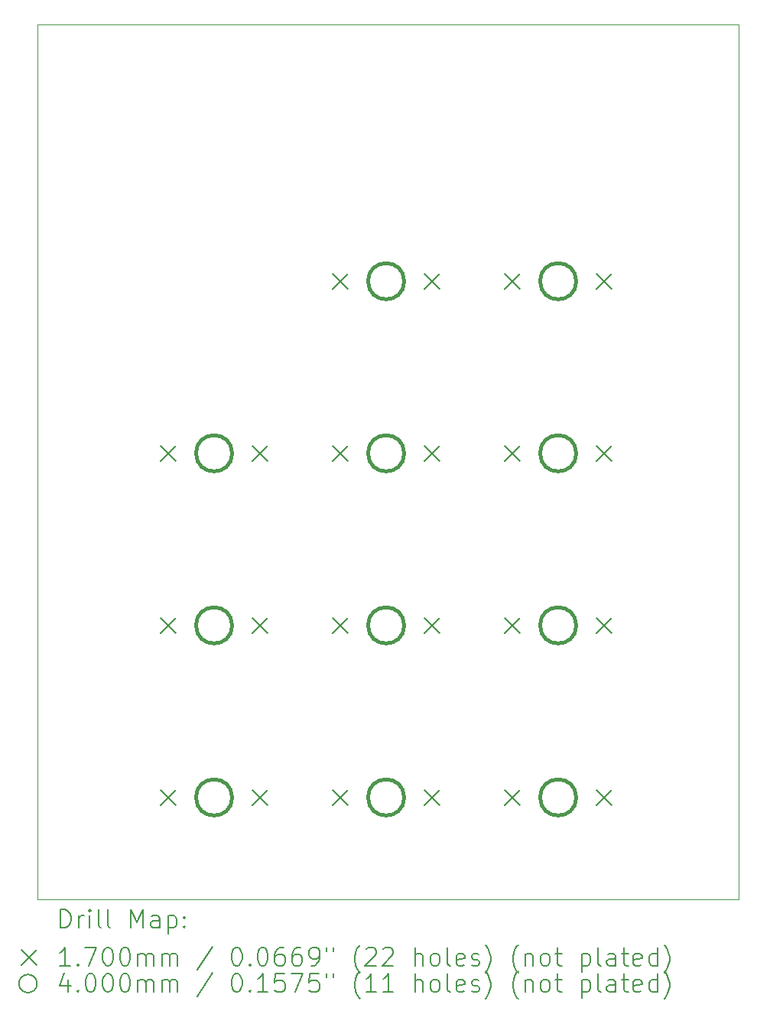
<source format=gbr>
%TF.GenerationSoftware,KiCad,Pcbnew,9.0.2*%
%TF.CreationDate,2025-06-30T15:09:24+08:00*%
%TF.ProjectId,flamepad,666c616d-6570-4616-942e-6b696361645f,rev?*%
%TF.SameCoordinates,Original*%
%TF.FileFunction,Drillmap*%
%TF.FilePolarity,Positive*%
%FSLAX45Y45*%
G04 Gerber Fmt 4.5, Leading zero omitted, Abs format (unit mm)*
G04 Created by KiCad (PCBNEW 9.0.2) date 2025-06-30 15:09:24*
%MOMM*%
%LPD*%
G01*
G04 APERTURE LIST*
%ADD10C,0.050000*%
%ADD11C,0.200000*%
%ADD12C,0.170000*%
%ADD13C,0.400000*%
G04 APERTURE END LIST*
D10*
X9671875Y-5305000D02*
X17438125Y-5305000D01*
X17438125Y-14993125D01*
X9671875Y-14993125D01*
X9671875Y-5305000D01*
D11*
D12*
X11037000Y-9970000D02*
X11207000Y-10140000D01*
X11207000Y-9970000D02*
X11037000Y-10140000D01*
X11037000Y-11875000D02*
X11207000Y-12045000D01*
X11207000Y-11875000D02*
X11037000Y-12045000D01*
X11037000Y-13780000D02*
X11207000Y-13950000D01*
X11207000Y-13780000D02*
X11037000Y-13950000D01*
X12053000Y-9970000D02*
X12223000Y-10140000D01*
X12223000Y-9970000D02*
X12053000Y-10140000D01*
X12053000Y-11875000D02*
X12223000Y-12045000D01*
X12223000Y-11875000D02*
X12053000Y-12045000D01*
X12053000Y-13780000D02*
X12223000Y-13950000D01*
X12223000Y-13780000D02*
X12053000Y-13950000D01*
X12942000Y-8065000D02*
X13112000Y-8235000D01*
X13112000Y-8065000D02*
X12942000Y-8235000D01*
X12942000Y-9970000D02*
X13112000Y-10140000D01*
X13112000Y-9970000D02*
X12942000Y-10140000D01*
X12942000Y-11875000D02*
X13112000Y-12045000D01*
X13112000Y-11875000D02*
X12942000Y-12045000D01*
X12942000Y-13780000D02*
X13112000Y-13950000D01*
X13112000Y-13780000D02*
X12942000Y-13950000D01*
X13958000Y-8065000D02*
X14128000Y-8235000D01*
X14128000Y-8065000D02*
X13958000Y-8235000D01*
X13958000Y-9970000D02*
X14128000Y-10140000D01*
X14128000Y-9970000D02*
X13958000Y-10140000D01*
X13958000Y-11875000D02*
X14128000Y-12045000D01*
X14128000Y-11875000D02*
X13958000Y-12045000D01*
X13958000Y-13780000D02*
X14128000Y-13950000D01*
X14128000Y-13780000D02*
X13958000Y-13950000D01*
X14847000Y-8065000D02*
X15017000Y-8235000D01*
X15017000Y-8065000D02*
X14847000Y-8235000D01*
X14847000Y-9970000D02*
X15017000Y-10140000D01*
X15017000Y-9970000D02*
X14847000Y-10140000D01*
X14847000Y-11875000D02*
X15017000Y-12045000D01*
X15017000Y-11875000D02*
X14847000Y-12045000D01*
X14847000Y-13780000D02*
X15017000Y-13950000D01*
X15017000Y-13780000D02*
X14847000Y-13950000D01*
X15863000Y-8065000D02*
X16033000Y-8235000D01*
X16033000Y-8065000D02*
X15863000Y-8235000D01*
X15863000Y-9970000D02*
X16033000Y-10140000D01*
X16033000Y-9970000D02*
X15863000Y-10140000D01*
X15863000Y-11875000D02*
X16033000Y-12045000D01*
X16033000Y-11875000D02*
X15863000Y-12045000D01*
X15863000Y-13780000D02*
X16033000Y-13950000D01*
X16033000Y-13780000D02*
X15863000Y-13950000D01*
D13*
X11830000Y-10055000D02*
G75*
G02*
X11430000Y-10055000I-200000J0D01*
G01*
X11430000Y-10055000D02*
G75*
G02*
X11830000Y-10055000I200000J0D01*
G01*
X11830000Y-11960000D02*
G75*
G02*
X11430000Y-11960000I-200000J0D01*
G01*
X11430000Y-11960000D02*
G75*
G02*
X11830000Y-11960000I200000J0D01*
G01*
X11830000Y-13865000D02*
G75*
G02*
X11430000Y-13865000I-200000J0D01*
G01*
X11430000Y-13865000D02*
G75*
G02*
X11830000Y-13865000I200000J0D01*
G01*
X13735000Y-8150000D02*
G75*
G02*
X13335000Y-8150000I-200000J0D01*
G01*
X13335000Y-8150000D02*
G75*
G02*
X13735000Y-8150000I200000J0D01*
G01*
X13735000Y-10055000D02*
G75*
G02*
X13335000Y-10055000I-200000J0D01*
G01*
X13335000Y-10055000D02*
G75*
G02*
X13735000Y-10055000I200000J0D01*
G01*
X13735000Y-11960000D02*
G75*
G02*
X13335000Y-11960000I-200000J0D01*
G01*
X13335000Y-11960000D02*
G75*
G02*
X13735000Y-11960000I200000J0D01*
G01*
X13735000Y-13865000D02*
G75*
G02*
X13335000Y-13865000I-200000J0D01*
G01*
X13335000Y-13865000D02*
G75*
G02*
X13735000Y-13865000I200000J0D01*
G01*
X15640000Y-8150000D02*
G75*
G02*
X15240000Y-8150000I-200000J0D01*
G01*
X15240000Y-8150000D02*
G75*
G02*
X15640000Y-8150000I200000J0D01*
G01*
X15640000Y-10055000D02*
G75*
G02*
X15240000Y-10055000I-200000J0D01*
G01*
X15240000Y-10055000D02*
G75*
G02*
X15640000Y-10055000I200000J0D01*
G01*
X15640000Y-11960000D02*
G75*
G02*
X15240000Y-11960000I-200000J0D01*
G01*
X15240000Y-11960000D02*
G75*
G02*
X15640000Y-11960000I200000J0D01*
G01*
X15640000Y-13865000D02*
G75*
G02*
X15240000Y-13865000I-200000J0D01*
G01*
X15240000Y-13865000D02*
G75*
G02*
X15640000Y-13865000I200000J0D01*
G01*
D11*
X9930152Y-15307109D02*
X9930152Y-15107109D01*
X9930152Y-15107109D02*
X9977771Y-15107109D01*
X9977771Y-15107109D02*
X10006342Y-15116633D01*
X10006342Y-15116633D02*
X10025390Y-15135680D01*
X10025390Y-15135680D02*
X10034914Y-15154728D01*
X10034914Y-15154728D02*
X10044438Y-15192823D01*
X10044438Y-15192823D02*
X10044438Y-15221394D01*
X10044438Y-15221394D02*
X10034914Y-15259490D01*
X10034914Y-15259490D02*
X10025390Y-15278537D01*
X10025390Y-15278537D02*
X10006342Y-15297585D01*
X10006342Y-15297585D02*
X9977771Y-15307109D01*
X9977771Y-15307109D02*
X9930152Y-15307109D01*
X10130152Y-15307109D02*
X10130152Y-15173775D01*
X10130152Y-15211871D02*
X10139676Y-15192823D01*
X10139676Y-15192823D02*
X10149199Y-15183299D01*
X10149199Y-15183299D02*
X10168247Y-15173775D01*
X10168247Y-15173775D02*
X10187295Y-15173775D01*
X10253961Y-15307109D02*
X10253961Y-15173775D01*
X10253961Y-15107109D02*
X10244438Y-15116633D01*
X10244438Y-15116633D02*
X10253961Y-15126156D01*
X10253961Y-15126156D02*
X10263485Y-15116633D01*
X10263485Y-15116633D02*
X10253961Y-15107109D01*
X10253961Y-15107109D02*
X10253961Y-15126156D01*
X10377771Y-15307109D02*
X10358723Y-15297585D01*
X10358723Y-15297585D02*
X10349199Y-15278537D01*
X10349199Y-15278537D02*
X10349199Y-15107109D01*
X10482533Y-15307109D02*
X10463485Y-15297585D01*
X10463485Y-15297585D02*
X10453961Y-15278537D01*
X10453961Y-15278537D02*
X10453961Y-15107109D01*
X10711104Y-15307109D02*
X10711104Y-15107109D01*
X10711104Y-15107109D02*
X10777771Y-15249966D01*
X10777771Y-15249966D02*
X10844438Y-15107109D01*
X10844438Y-15107109D02*
X10844438Y-15307109D01*
X11025390Y-15307109D02*
X11025390Y-15202347D01*
X11025390Y-15202347D02*
X11015866Y-15183299D01*
X11015866Y-15183299D02*
X10996819Y-15173775D01*
X10996819Y-15173775D02*
X10958723Y-15173775D01*
X10958723Y-15173775D02*
X10939676Y-15183299D01*
X11025390Y-15297585D02*
X11006342Y-15307109D01*
X11006342Y-15307109D02*
X10958723Y-15307109D01*
X10958723Y-15307109D02*
X10939676Y-15297585D01*
X10939676Y-15297585D02*
X10930152Y-15278537D01*
X10930152Y-15278537D02*
X10930152Y-15259490D01*
X10930152Y-15259490D02*
X10939676Y-15240442D01*
X10939676Y-15240442D02*
X10958723Y-15230918D01*
X10958723Y-15230918D02*
X11006342Y-15230918D01*
X11006342Y-15230918D02*
X11025390Y-15221394D01*
X11120628Y-15173775D02*
X11120628Y-15373775D01*
X11120628Y-15183299D02*
X11139676Y-15173775D01*
X11139676Y-15173775D02*
X11177771Y-15173775D01*
X11177771Y-15173775D02*
X11196818Y-15183299D01*
X11196818Y-15183299D02*
X11206342Y-15192823D01*
X11206342Y-15192823D02*
X11215866Y-15211871D01*
X11215866Y-15211871D02*
X11215866Y-15269013D01*
X11215866Y-15269013D02*
X11206342Y-15288061D01*
X11206342Y-15288061D02*
X11196818Y-15297585D01*
X11196818Y-15297585D02*
X11177771Y-15307109D01*
X11177771Y-15307109D02*
X11139676Y-15307109D01*
X11139676Y-15307109D02*
X11120628Y-15297585D01*
X11301580Y-15288061D02*
X11311104Y-15297585D01*
X11311104Y-15297585D02*
X11301580Y-15307109D01*
X11301580Y-15307109D02*
X11292057Y-15297585D01*
X11292057Y-15297585D02*
X11301580Y-15288061D01*
X11301580Y-15288061D02*
X11301580Y-15307109D01*
X11301580Y-15183299D02*
X11311104Y-15192823D01*
X11311104Y-15192823D02*
X11301580Y-15202347D01*
X11301580Y-15202347D02*
X11292057Y-15192823D01*
X11292057Y-15192823D02*
X11301580Y-15183299D01*
X11301580Y-15183299D02*
X11301580Y-15202347D01*
D12*
X9499375Y-15550625D02*
X9669375Y-15720625D01*
X9669375Y-15550625D02*
X9499375Y-15720625D01*
D11*
X10034914Y-15727109D02*
X9920628Y-15727109D01*
X9977771Y-15727109D02*
X9977771Y-15527109D01*
X9977771Y-15527109D02*
X9958723Y-15555680D01*
X9958723Y-15555680D02*
X9939676Y-15574728D01*
X9939676Y-15574728D02*
X9920628Y-15584252D01*
X10120628Y-15708061D02*
X10130152Y-15717585D01*
X10130152Y-15717585D02*
X10120628Y-15727109D01*
X10120628Y-15727109D02*
X10111104Y-15717585D01*
X10111104Y-15717585D02*
X10120628Y-15708061D01*
X10120628Y-15708061D02*
X10120628Y-15727109D01*
X10196819Y-15527109D02*
X10330152Y-15527109D01*
X10330152Y-15527109D02*
X10244438Y-15727109D01*
X10444438Y-15527109D02*
X10463485Y-15527109D01*
X10463485Y-15527109D02*
X10482533Y-15536633D01*
X10482533Y-15536633D02*
X10492057Y-15546156D01*
X10492057Y-15546156D02*
X10501580Y-15565204D01*
X10501580Y-15565204D02*
X10511104Y-15603299D01*
X10511104Y-15603299D02*
X10511104Y-15650918D01*
X10511104Y-15650918D02*
X10501580Y-15689013D01*
X10501580Y-15689013D02*
X10492057Y-15708061D01*
X10492057Y-15708061D02*
X10482533Y-15717585D01*
X10482533Y-15717585D02*
X10463485Y-15727109D01*
X10463485Y-15727109D02*
X10444438Y-15727109D01*
X10444438Y-15727109D02*
X10425390Y-15717585D01*
X10425390Y-15717585D02*
X10415866Y-15708061D01*
X10415866Y-15708061D02*
X10406342Y-15689013D01*
X10406342Y-15689013D02*
X10396819Y-15650918D01*
X10396819Y-15650918D02*
X10396819Y-15603299D01*
X10396819Y-15603299D02*
X10406342Y-15565204D01*
X10406342Y-15565204D02*
X10415866Y-15546156D01*
X10415866Y-15546156D02*
X10425390Y-15536633D01*
X10425390Y-15536633D02*
X10444438Y-15527109D01*
X10634914Y-15527109D02*
X10653961Y-15527109D01*
X10653961Y-15527109D02*
X10673009Y-15536633D01*
X10673009Y-15536633D02*
X10682533Y-15546156D01*
X10682533Y-15546156D02*
X10692057Y-15565204D01*
X10692057Y-15565204D02*
X10701580Y-15603299D01*
X10701580Y-15603299D02*
X10701580Y-15650918D01*
X10701580Y-15650918D02*
X10692057Y-15689013D01*
X10692057Y-15689013D02*
X10682533Y-15708061D01*
X10682533Y-15708061D02*
X10673009Y-15717585D01*
X10673009Y-15717585D02*
X10653961Y-15727109D01*
X10653961Y-15727109D02*
X10634914Y-15727109D01*
X10634914Y-15727109D02*
X10615866Y-15717585D01*
X10615866Y-15717585D02*
X10606342Y-15708061D01*
X10606342Y-15708061D02*
X10596819Y-15689013D01*
X10596819Y-15689013D02*
X10587295Y-15650918D01*
X10587295Y-15650918D02*
X10587295Y-15603299D01*
X10587295Y-15603299D02*
X10596819Y-15565204D01*
X10596819Y-15565204D02*
X10606342Y-15546156D01*
X10606342Y-15546156D02*
X10615866Y-15536633D01*
X10615866Y-15536633D02*
X10634914Y-15527109D01*
X10787295Y-15727109D02*
X10787295Y-15593775D01*
X10787295Y-15612823D02*
X10796819Y-15603299D01*
X10796819Y-15603299D02*
X10815866Y-15593775D01*
X10815866Y-15593775D02*
X10844438Y-15593775D01*
X10844438Y-15593775D02*
X10863485Y-15603299D01*
X10863485Y-15603299D02*
X10873009Y-15622347D01*
X10873009Y-15622347D02*
X10873009Y-15727109D01*
X10873009Y-15622347D02*
X10882533Y-15603299D01*
X10882533Y-15603299D02*
X10901580Y-15593775D01*
X10901580Y-15593775D02*
X10930152Y-15593775D01*
X10930152Y-15593775D02*
X10949200Y-15603299D01*
X10949200Y-15603299D02*
X10958723Y-15622347D01*
X10958723Y-15622347D02*
X10958723Y-15727109D01*
X11053961Y-15727109D02*
X11053961Y-15593775D01*
X11053961Y-15612823D02*
X11063485Y-15603299D01*
X11063485Y-15603299D02*
X11082533Y-15593775D01*
X11082533Y-15593775D02*
X11111104Y-15593775D01*
X11111104Y-15593775D02*
X11130152Y-15603299D01*
X11130152Y-15603299D02*
X11139676Y-15622347D01*
X11139676Y-15622347D02*
X11139676Y-15727109D01*
X11139676Y-15622347D02*
X11149200Y-15603299D01*
X11149200Y-15603299D02*
X11168247Y-15593775D01*
X11168247Y-15593775D02*
X11196818Y-15593775D01*
X11196818Y-15593775D02*
X11215866Y-15603299D01*
X11215866Y-15603299D02*
X11225390Y-15622347D01*
X11225390Y-15622347D02*
X11225390Y-15727109D01*
X11615866Y-15517585D02*
X11444438Y-15774728D01*
X11873009Y-15527109D02*
X11892057Y-15527109D01*
X11892057Y-15527109D02*
X11911104Y-15536633D01*
X11911104Y-15536633D02*
X11920628Y-15546156D01*
X11920628Y-15546156D02*
X11930152Y-15565204D01*
X11930152Y-15565204D02*
X11939676Y-15603299D01*
X11939676Y-15603299D02*
X11939676Y-15650918D01*
X11939676Y-15650918D02*
X11930152Y-15689013D01*
X11930152Y-15689013D02*
X11920628Y-15708061D01*
X11920628Y-15708061D02*
X11911104Y-15717585D01*
X11911104Y-15717585D02*
X11892057Y-15727109D01*
X11892057Y-15727109D02*
X11873009Y-15727109D01*
X11873009Y-15727109D02*
X11853961Y-15717585D01*
X11853961Y-15717585D02*
X11844438Y-15708061D01*
X11844438Y-15708061D02*
X11834914Y-15689013D01*
X11834914Y-15689013D02*
X11825390Y-15650918D01*
X11825390Y-15650918D02*
X11825390Y-15603299D01*
X11825390Y-15603299D02*
X11834914Y-15565204D01*
X11834914Y-15565204D02*
X11844438Y-15546156D01*
X11844438Y-15546156D02*
X11853961Y-15536633D01*
X11853961Y-15536633D02*
X11873009Y-15527109D01*
X12025390Y-15708061D02*
X12034914Y-15717585D01*
X12034914Y-15717585D02*
X12025390Y-15727109D01*
X12025390Y-15727109D02*
X12015866Y-15717585D01*
X12015866Y-15717585D02*
X12025390Y-15708061D01*
X12025390Y-15708061D02*
X12025390Y-15727109D01*
X12158723Y-15527109D02*
X12177771Y-15527109D01*
X12177771Y-15527109D02*
X12196819Y-15536633D01*
X12196819Y-15536633D02*
X12206342Y-15546156D01*
X12206342Y-15546156D02*
X12215866Y-15565204D01*
X12215866Y-15565204D02*
X12225390Y-15603299D01*
X12225390Y-15603299D02*
X12225390Y-15650918D01*
X12225390Y-15650918D02*
X12215866Y-15689013D01*
X12215866Y-15689013D02*
X12206342Y-15708061D01*
X12206342Y-15708061D02*
X12196819Y-15717585D01*
X12196819Y-15717585D02*
X12177771Y-15727109D01*
X12177771Y-15727109D02*
X12158723Y-15727109D01*
X12158723Y-15727109D02*
X12139676Y-15717585D01*
X12139676Y-15717585D02*
X12130152Y-15708061D01*
X12130152Y-15708061D02*
X12120628Y-15689013D01*
X12120628Y-15689013D02*
X12111104Y-15650918D01*
X12111104Y-15650918D02*
X12111104Y-15603299D01*
X12111104Y-15603299D02*
X12120628Y-15565204D01*
X12120628Y-15565204D02*
X12130152Y-15546156D01*
X12130152Y-15546156D02*
X12139676Y-15536633D01*
X12139676Y-15536633D02*
X12158723Y-15527109D01*
X12396819Y-15527109D02*
X12358723Y-15527109D01*
X12358723Y-15527109D02*
X12339676Y-15536633D01*
X12339676Y-15536633D02*
X12330152Y-15546156D01*
X12330152Y-15546156D02*
X12311104Y-15574728D01*
X12311104Y-15574728D02*
X12301581Y-15612823D01*
X12301581Y-15612823D02*
X12301581Y-15689013D01*
X12301581Y-15689013D02*
X12311104Y-15708061D01*
X12311104Y-15708061D02*
X12320628Y-15717585D01*
X12320628Y-15717585D02*
X12339676Y-15727109D01*
X12339676Y-15727109D02*
X12377771Y-15727109D01*
X12377771Y-15727109D02*
X12396819Y-15717585D01*
X12396819Y-15717585D02*
X12406342Y-15708061D01*
X12406342Y-15708061D02*
X12415866Y-15689013D01*
X12415866Y-15689013D02*
X12415866Y-15641394D01*
X12415866Y-15641394D02*
X12406342Y-15622347D01*
X12406342Y-15622347D02*
X12396819Y-15612823D01*
X12396819Y-15612823D02*
X12377771Y-15603299D01*
X12377771Y-15603299D02*
X12339676Y-15603299D01*
X12339676Y-15603299D02*
X12320628Y-15612823D01*
X12320628Y-15612823D02*
X12311104Y-15622347D01*
X12311104Y-15622347D02*
X12301581Y-15641394D01*
X12587295Y-15527109D02*
X12549200Y-15527109D01*
X12549200Y-15527109D02*
X12530152Y-15536633D01*
X12530152Y-15536633D02*
X12520628Y-15546156D01*
X12520628Y-15546156D02*
X12501581Y-15574728D01*
X12501581Y-15574728D02*
X12492057Y-15612823D01*
X12492057Y-15612823D02*
X12492057Y-15689013D01*
X12492057Y-15689013D02*
X12501581Y-15708061D01*
X12501581Y-15708061D02*
X12511104Y-15717585D01*
X12511104Y-15717585D02*
X12530152Y-15727109D01*
X12530152Y-15727109D02*
X12568247Y-15727109D01*
X12568247Y-15727109D02*
X12587295Y-15717585D01*
X12587295Y-15717585D02*
X12596819Y-15708061D01*
X12596819Y-15708061D02*
X12606342Y-15689013D01*
X12606342Y-15689013D02*
X12606342Y-15641394D01*
X12606342Y-15641394D02*
X12596819Y-15622347D01*
X12596819Y-15622347D02*
X12587295Y-15612823D01*
X12587295Y-15612823D02*
X12568247Y-15603299D01*
X12568247Y-15603299D02*
X12530152Y-15603299D01*
X12530152Y-15603299D02*
X12511104Y-15612823D01*
X12511104Y-15612823D02*
X12501581Y-15622347D01*
X12501581Y-15622347D02*
X12492057Y-15641394D01*
X12701581Y-15727109D02*
X12739676Y-15727109D01*
X12739676Y-15727109D02*
X12758723Y-15717585D01*
X12758723Y-15717585D02*
X12768247Y-15708061D01*
X12768247Y-15708061D02*
X12787295Y-15679490D01*
X12787295Y-15679490D02*
X12796819Y-15641394D01*
X12796819Y-15641394D02*
X12796819Y-15565204D01*
X12796819Y-15565204D02*
X12787295Y-15546156D01*
X12787295Y-15546156D02*
X12777771Y-15536633D01*
X12777771Y-15536633D02*
X12758723Y-15527109D01*
X12758723Y-15527109D02*
X12720628Y-15527109D01*
X12720628Y-15527109D02*
X12701581Y-15536633D01*
X12701581Y-15536633D02*
X12692057Y-15546156D01*
X12692057Y-15546156D02*
X12682533Y-15565204D01*
X12682533Y-15565204D02*
X12682533Y-15612823D01*
X12682533Y-15612823D02*
X12692057Y-15631871D01*
X12692057Y-15631871D02*
X12701581Y-15641394D01*
X12701581Y-15641394D02*
X12720628Y-15650918D01*
X12720628Y-15650918D02*
X12758723Y-15650918D01*
X12758723Y-15650918D02*
X12777771Y-15641394D01*
X12777771Y-15641394D02*
X12787295Y-15631871D01*
X12787295Y-15631871D02*
X12796819Y-15612823D01*
X12873009Y-15527109D02*
X12873009Y-15565204D01*
X12949200Y-15527109D02*
X12949200Y-15565204D01*
X13244438Y-15803299D02*
X13234914Y-15793775D01*
X13234914Y-15793775D02*
X13215866Y-15765204D01*
X13215866Y-15765204D02*
X13206343Y-15746156D01*
X13206343Y-15746156D02*
X13196819Y-15717585D01*
X13196819Y-15717585D02*
X13187295Y-15669966D01*
X13187295Y-15669966D02*
X13187295Y-15631871D01*
X13187295Y-15631871D02*
X13196819Y-15584252D01*
X13196819Y-15584252D02*
X13206343Y-15555680D01*
X13206343Y-15555680D02*
X13215866Y-15536633D01*
X13215866Y-15536633D02*
X13234914Y-15508061D01*
X13234914Y-15508061D02*
X13244438Y-15498537D01*
X13311104Y-15546156D02*
X13320628Y-15536633D01*
X13320628Y-15536633D02*
X13339676Y-15527109D01*
X13339676Y-15527109D02*
X13387295Y-15527109D01*
X13387295Y-15527109D02*
X13406343Y-15536633D01*
X13406343Y-15536633D02*
X13415866Y-15546156D01*
X13415866Y-15546156D02*
X13425390Y-15565204D01*
X13425390Y-15565204D02*
X13425390Y-15584252D01*
X13425390Y-15584252D02*
X13415866Y-15612823D01*
X13415866Y-15612823D02*
X13301581Y-15727109D01*
X13301581Y-15727109D02*
X13425390Y-15727109D01*
X13501581Y-15546156D02*
X13511104Y-15536633D01*
X13511104Y-15536633D02*
X13530152Y-15527109D01*
X13530152Y-15527109D02*
X13577771Y-15527109D01*
X13577771Y-15527109D02*
X13596819Y-15536633D01*
X13596819Y-15536633D02*
X13606343Y-15546156D01*
X13606343Y-15546156D02*
X13615866Y-15565204D01*
X13615866Y-15565204D02*
X13615866Y-15584252D01*
X13615866Y-15584252D02*
X13606343Y-15612823D01*
X13606343Y-15612823D02*
X13492057Y-15727109D01*
X13492057Y-15727109D02*
X13615866Y-15727109D01*
X13853962Y-15727109D02*
X13853962Y-15527109D01*
X13939676Y-15727109D02*
X13939676Y-15622347D01*
X13939676Y-15622347D02*
X13930152Y-15603299D01*
X13930152Y-15603299D02*
X13911105Y-15593775D01*
X13911105Y-15593775D02*
X13882533Y-15593775D01*
X13882533Y-15593775D02*
X13863485Y-15603299D01*
X13863485Y-15603299D02*
X13853962Y-15612823D01*
X14063485Y-15727109D02*
X14044438Y-15717585D01*
X14044438Y-15717585D02*
X14034914Y-15708061D01*
X14034914Y-15708061D02*
X14025390Y-15689013D01*
X14025390Y-15689013D02*
X14025390Y-15631871D01*
X14025390Y-15631871D02*
X14034914Y-15612823D01*
X14034914Y-15612823D02*
X14044438Y-15603299D01*
X14044438Y-15603299D02*
X14063485Y-15593775D01*
X14063485Y-15593775D02*
X14092057Y-15593775D01*
X14092057Y-15593775D02*
X14111105Y-15603299D01*
X14111105Y-15603299D02*
X14120628Y-15612823D01*
X14120628Y-15612823D02*
X14130152Y-15631871D01*
X14130152Y-15631871D02*
X14130152Y-15689013D01*
X14130152Y-15689013D02*
X14120628Y-15708061D01*
X14120628Y-15708061D02*
X14111105Y-15717585D01*
X14111105Y-15717585D02*
X14092057Y-15727109D01*
X14092057Y-15727109D02*
X14063485Y-15727109D01*
X14244438Y-15727109D02*
X14225390Y-15717585D01*
X14225390Y-15717585D02*
X14215866Y-15698537D01*
X14215866Y-15698537D02*
X14215866Y-15527109D01*
X14396819Y-15717585D02*
X14377771Y-15727109D01*
X14377771Y-15727109D02*
X14339676Y-15727109D01*
X14339676Y-15727109D02*
X14320628Y-15717585D01*
X14320628Y-15717585D02*
X14311105Y-15698537D01*
X14311105Y-15698537D02*
X14311105Y-15622347D01*
X14311105Y-15622347D02*
X14320628Y-15603299D01*
X14320628Y-15603299D02*
X14339676Y-15593775D01*
X14339676Y-15593775D02*
X14377771Y-15593775D01*
X14377771Y-15593775D02*
X14396819Y-15603299D01*
X14396819Y-15603299D02*
X14406343Y-15622347D01*
X14406343Y-15622347D02*
X14406343Y-15641394D01*
X14406343Y-15641394D02*
X14311105Y-15660442D01*
X14482533Y-15717585D02*
X14501581Y-15727109D01*
X14501581Y-15727109D02*
X14539676Y-15727109D01*
X14539676Y-15727109D02*
X14558724Y-15717585D01*
X14558724Y-15717585D02*
X14568247Y-15698537D01*
X14568247Y-15698537D02*
X14568247Y-15689013D01*
X14568247Y-15689013D02*
X14558724Y-15669966D01*
X14558724Y-15669966D02*
X14539676Y-15660442D01*
X14539676Y-15660442D02*
X14511105Y-15660442D01*
X14511105Y-15660442D02*
X14492057Y-15650918D01*
X14492057Y-15650918D02*
X14482533Y-15631871D01*
X14482533Y-15631871D02*
X14482533Y-15622347D01*
X14482533Y-15622347D02*
X14492057Y-15603299D01*
X14492057Y-15603299D02*
X14511105Y-15593775D01*
X14511105Y-15593775D02*
X14539676Y-15593775D01*
X14539676Y-15593775D02*
X14558724Y-15603299D01*
X14634914Y-15803299D02*
X14644438Y-15793775D01*
X14644438Y-15793775D02*
X14663486Y-15765204D01*
X14663486Y-15765204D02*
X14673009Y-15746156D01*
X14673009Y-15746156D02*
X14682533Y-15717585D01*
X14682533Y-15717585D02*
X14692057Y-15669966D01*
X14692057Y-15669966D02*
X14692057Y-15631871D01*
X14692057Y-15631871D02*
X14682533Y-15584252D01*
X14682533Y-15584252D02*
X14673009Y-15555680D01*
X14673009Y-15555680D02*
X14663486Y-15536633D01*
X14663486Y-15536633D02*
X14644438Y-15508061D01*
X14644438Y-15508061D02*
X14634914Y-15498537D01*
X14996819Y-15803299D02*
X14987295Y-15793775D01*
X14987295Y-15793775D02*
X14968247Y-15765204D01*
X14968247Y-15765204D02*
X14958724Y-15746156D01*
X14958724Y-15746156D02*
X14949200Y-15717585D01*
X14949200Y-15717585D02*
X14939676Y-15669966D01*
X14939676Y-15669966D02*
X14939676Y-15631871D01*
X14939676Y-15631871D02*
X14949200Y-15584252D01*
X14949200Y-15584252D02*
X14958724Y-15555680D01*
X14958724Y-15555680D02*
X14968247Y-15536633D01*
X14968247Y-15536633D02*
X14987295Y-15508061D01*
X14987295Y-15508061D02*
X14996819Y-15498537D01*
X15073009Y-15593775D02*
X15073009Y-15727109D01*
X15073009Y-15612823D02*
X15082533Y-15603299D01*
X15082533Y-15603299D02*
X15101581Y-15593775D01*
X15101581Y-15593775D02*
X15130152Y-15593775D01*
X15130152Y-15593775D02*
X15149200Y-15603299D01*
X15149200Y-15603299D02*
X15158724Y-15622347D01*
X15158724Y-15622347D02*
X15158724Y-15727109D01*
X15282533Y-15727109D02*
X15263486Y-15717585D01*
X15263486Y-15717585D02*
X15253962Y-15708061D01*
X15253962Y-15708061D02*
X15244438Y-15689013D01*
X15244438Y-15689013D02*
X15244438Y-15631871D01*
X15244438Y-15631871D02*
X15253962Y-15612823D01*
X15253962Y-15612823D02*
X15263486Y-15603299D01*
X15263486Y-15603299D02*
X15282533Y-15593775D01*
X15282533Y-15593775D02*
X15311105Y-15593775D01*
X15311105Y-15593775D02*
X15330152Y-15603299D01*
X15330152Y-15603299D02*
X15339676Y-15612823D01*
X15339676Y-15612823D02*
X15349200Y-15631871D01*
X15349200Y-15631871D02*
X15349200Y-15689013D01*
X15349200Y-15689013D02*
X15339676Y-15708061D01*
X15339676Y-15708061D02*
X15330152Y-15717585D01*
X15330152Y-15717585D02*
X15311105Y-15727109D01*
X15311105Y-15727109D02*
X15282533Y-15727109D01*
X15406343Y-15593775D02*
X15482533Y-15593775D01*
X15434914Y-15527109D02*
X15434914Y-15698537D01*
X15434914Y-15698537D02*
X15444438Y-15717585D01*
X15444438Y-15717585D02*
X15463486Y-15727109D01*
X15463486Y-15727109D02*
X15482533Y-15727109D01*
X15701581Y-15593775D02*
X15701581Y-15793775D01*
X15701581Y-15603299D02*
X15720628Y-15593775D01*
X15720628Y-15593775D02*
X15758724Y-15593775D01*
X15758724Y-15593775D02*
X15777771Y-15603299D01*
X15777771Y-15603299D02*
X15787295Y-15612823D01*
X15787295Y-15612823D02*
X15796819Y-15631871D01*
X15796819Y-15631871D02*
X15796819Y-15689013D01*
X15796819Y-15689013D02*
X15787295Y-15708061D01*
X15787295Y-15708061D02*
X15777771Y-15717585D01*
X15777771Y-15717585D02*
X15758724Y-15727109D01*
X15758724Y-15727109D02*
X15720628Y-15727109D01*
X15720628Y-15727109D02*
X15701581Y-15717585D01*
X15911105Y-15727109D02*
X15892057Y-15717585D01*
X15892057Y-15717585D02*
X15882533Y-15698537D01*
X15882533Y-15698537D02*
X15882533Y-15527109D01*
X16073009Y-15727109D02*
X16073009Y-15622347D01*
X16073009Y-15622347D02*
X16063486Y-15603299D01*
X16063486Y-15603299D02*
X16044438Y-15593775D01*
X16044438Y-15593775D02*
X16006343Y-15593775D01*
X16006343Y-15593775D02*
X15987295Y-15603299D01*
X16073009Y-15717585D02*
X16053962Y-15727109D01*
X16053962Y-15727109D02*
X16006343Y-15727109D01*
X16006343Y-15727109D02*
X15987295Y-15717585D01*
X15987295Y-15717585D02*
X15977771Y-15698537D01*
X15977771Y-15698537D02*
X15977771Y-15679490D01*
X15977771Y-15679490D02*
X15987295Y-15660442D01*
X15987295Y-15660442D02*
X16006343Y-15650918D01*
X16006343Y-15650918D02*
X16053962Y-15650918D01*
X16053962Y-15650918D02*
X16073009Y-15641394D01*
X16139676Y-15593775D02*
X16215867Y-15593775D01*
X16168248Y-15527109D02*
X16168248Y-15698537D01*
X16168248Y-15698537D02*
X16177771Y-15717585D01*
X16177771Y-15717585D02*
X16196819Y-15727109D01*
X16196819Y-15727109D02*
X16215867Y-15727109D01*
X16358724Y-15717585D02*
X16339676Y-15727109D01*
X16339676Y-15727109D02*
X16301581Y-15727109D01*
X16301581Y-15727109D02*
X16282533Y-15717585D01*
X16282533Y-15717585D02*
X16273009Y-15698537D01*
X16273009Y-15698537D02*
X16273009Y-15622347D01*
X16273009Y-15622347D02*
X16282533Y-15603299D01*
X16282533Y-15603299D02*
X16301581Y-15593775D01*
X16301581Y-15593775D02*
X16339676Y-15593775D01*
X16339676Y-15593775D02*
X16358724Y-15603299D01*
X16358724Y-15603299D02*
X16368248Y-15622347D01*
X16368248Y-15622347D02*
X16368248Y-15641394D01*
X16368248Y-15641394D02*
X16273009Y-15660442D01*
X16539676Y-15727109D02*
X16539676Y-15527109D01*
X16539676Y-15717585D02*
X16520629Y-15727109D01*
X16520629Y-15727109D02*
X16482533Y-15727109D01*
X16482533Y-15727109D02*
X16463486Y-15717585D01*
X16463486Y-15717585D02*
X16453962Y-15708061D01*
X16453962Y-15708061D02*
X16444438Y-15689013D01*
X16444438Y-15689013D02*
X16444438Y-15631871D01*
X16444438Y-15631871D02*
X16453962Y-15612823D01*
X16453962Y-15612823D02*
X16463486Y-15603299D01*
X16463486Y-15603299D02*
X16482533Y-15593775D01*
X16482533Y-15593775D02*
X16520629Y-15593775D01*
X16520629Y-15593775D02*
X16539676Y-15603299D01*
X16615867Y-15803299D02*
X16625390Y-15793775D01*
X16625390Y-15793775D02*
X16644438Y-15765204D01*
X16644438Y-15765204D02*
X16653962Y-15746156D01*
X16653962Y-15746156D02*
X16663486Y-15717585D01*
X16663486Y-15717585D02*
X16673009Y-15669966D01*
X16673009Y-15669966D02*
X16673009Y-15631871D01*
X16673009Y-15631871D02*
X16663486Y-15584252D01*
X16663486Y-15584252D02*
X16653962Y-15555680D01*
X16653962Y-15555680D02*
X16644438Y-15536633D01*
X16644438Y-15536633D02*
X16625390Y-15508061D01*
X16625390Y-15508061D02*
X16615867Y-15498537D01*
X9669375Y-15925625D02*
G75*
G02*
X9469375Y-15925625I-100000J0D01*
G01*
X9469375Y-15925625D02*
G75*
G02*
X9669375Y-15925625I100000J0D01*
G01*
X10015866Y-15883775D02*
X10015866Y-16017109D01*
X9968247Y-15807585D02*
X9920628Y-15950442D01*
X9920628Y-15950442D02*
X10044438Y-15950442D01*
X10120628Y-15998061D02*
X10130152Y-16007585D01*
X10130152Y-16007585D02*
X10120628Y-16017109D01*
X10120628Y-16017109D02*
X10111104Y-16007585D01*
X10111104Y-16007585D02*
X10120628Y-15998061D01*
X10120628Y-15998061D02*
X10120628Y-16017109D01*
X10253961Y-15817109D02*
X10273009Y-15817109D01*
X10273009Y-15817109D02*
X10292057Y-15826633D01*
X10292057Y-15826633D02*
X10301580Y-15836156D01*
X10301580Y-15836156D02*
X10311104Y-15855204D01*
X10311104Y-15855204D02*
X10320628Y-15893299D01*
X10320628Y-15893299D02*
X10320628Y-15940918D01*
X10320628Y-15940918D02*
X10311104Y-15979013D01*
X10311104Y-15979013D02*
X10301580Y-15998061D01*
X10301580Y-15998061D02*
X10292057Y-16007585D01*
X10292057Y-16007585D02*
X10273009Y-16017109D01*
X10273009Y-16017109D02*
X10253961Y-16017109D01*
X10253961Y-16017109D02*
X10234914Y-16007585D01*
X10234914Y-16007585D02*
X10225390Y-15998061D01*
X10225390Y-15998061D02*
X10215866Y-15979013D01*
X10215866Y-15979013D02*
X10206342Y-15940918D01*
X10206342Y-15940918D02*
X10206342Y-15893299D01*
X10206342Y-15893299D02*
X10215866Y-15855204D01*
X10215866Y-15855204D02*
X10225390Y-15836156D01*
X10225390Y-15836156D02*
X10234914Y-15826633D01*
X10234914Y-15826633D02*
X10253961Y-15817109D01*
X10444438Y-15817109D02*
X10463485Y-15817109D01*
X10463485Y-15817109D02*
X10482533Y-15826633D01*
X10482533Y-15826633D02*
X10492057Y-15836156D01*
X10492057Y-15836156D02*
X10501580Y-15855204D01*
X10501580Y-15855204D02*
X10511104Y-15893299D01*
X10511104Y-15893299D02*
X10511104Y-15940918D01*
X10511104Y-15940918D02*
X10501580Y-15979013D01*
X10501580Y-15979013D02*
X10492057Y-15998061D01*
X10492057Y-15998061D02*
X10482533Y-16007585D01*
X10482533Y-16007585D02*
X10463485Y-16017109D01*
X10463485Y-16017109D02*
X10444438Y-16017109D01*
X10444438Y-16017109D02*
X10425390Y-16007585D01*
X10425390Y-16007585D02*
X10415866Y-15998061D01*
X10415866Y-15998061D02*
X10406342Y-15979013D01*
X10406342Y-15979013D02*
X10396819Y-15940918D01*
X10396819Y-15940918D02*
X10396819Y-15893299D01*
X10396819Y-15893299D02*
X10406342Y-15855204D01*
X10406342Y-15855204D02*
X10415866Y-15836156D01*
X10415866Y-15836156D02*
X10425390Y-15826633D01*
X10425390Y-15826633D02*
X10444438Y-15817109D01*
X10634914Y-15817109D02*
X10653961Y-15817109D01*
X10653961Y-15817109D02*
X10673009Y-15826633D01*
X10673009Y-15826633D02*
X10682533Y-15836156D01*
X10682533Y-15836156D02*
X10692057Y-15855204D01*
X10692057Y-15855204D02*
X10701580Y-15893299D01*
X10701580Y-15893299D02*
X10701580Y-15940918D01*
X10701580Y-15940918D02*
X10692057Y-15979013D01*
X10692057Y-15979013D02*
X10682533Y-15998061D01*
X10682533Y-15998061D02*
X10673009Y-16007585D01*
X10673009Y-16007585D02*
X10653961Y-16017109D01*
X10653961Y-16017109D02*
X10634914Y-16017109D01*
X10634914Y-16017109D02*
X10615866Y-16007585D01*
X10615866Y-16007585D02*
X10606342Y-15998061D01*
X10606342Y-15998061D02*
X10596819Y-15979013D01*
X10596819Y-15979013D02*
X10587295Y-15940918D01*
X10587295Y-15940918D02*
X10587295Y-15893299D01*
X10587295Y-15893299D02*
X10596819Y-15855204D01*
X10596819Y-15855204D02*
X10606342Y-15836156D01*
X10606342Y-15836156D02*
X10615866Y-15826633D01*
X10615866Y-15826633D02*
X10634914Y-15817109D01*
X10787295Y-16017109D02*
X10787295Y-15883775D01*
X10787295Y-15902823D02*
X10796819Y-15893299D01*
X10796819Y-15893299D02*
X10815866Y-15883775D01*
X10815866Y-15883775D02*
X10844438Y-15883775D01*
X10844438Y-15883775D02*
X10863485Y-15893299D01*
X10863485Y-15893299D02*
X10873009Y-15912347D01*
X10873009Y-15912347D02*
X10873009Y-16017109D01*
X10873009Y-15912347D02*
X10882533Y-15893299D01*
X10882533Y-15893299D02*
X10901580Y-15883775D01*
X10901580Y-15883775D02*
X10930152Y-15883775D01*
X10930152Y-15883775D02*
X10949200Y-15893299D01*
X10949200Y-15893299D02*
X10958723Y-15912347D01*
X10958723Y-15912347D02*
X10958723Y-16017109D01*
X11053961Y-16017109D02*
X11053961Y-15883775D01*
X11053961Y-15902823D02*
X11063485Y-15893299D01*
X11063485Y-15893299D02*
X11082533Y-15883775D01*
X11082533Y-15883775D02*
X11111104Y-15883775D01*
X11111104Y-15883775D02*
X11130152Y-15893299D01*
X11130152Y-15893299D02*
X11139676Y-15912347D01*
X11139676Y-15912347D02*
X11139676Y-16017109D01*
X11139676Y-15912347D02*
X11149200Y-15893299D01*
X11149200Y-15893299D02*
X11168247Y-15883775D01*
X11168247Y-15883775D02*
X11196818Y-15883775D01*
X11196818Y-15883775D02*
X11215866Y-15893299D01*
X11215866Y-15893299D02*
X11225390Y-15912347D01*
X11225390Y-15912347D02*
X11225390Y-16017109D01*
X11615866Y-15807585D02*
X11444438Y-16064728D01*
X11873009Y-15817109D02*
X11892057Y-15817109D01*
X11892057Y-15817109D02*
X11911104Y-15826633D01*
X11911104Y-15826633D02*
X11920628Y-15836156D01*
X11920628Y-15836156D02*
X11930152Y-15855204D01*
X11930152Y-15855204D02*
X11939676Y-15893299D01*
X11939676Y-15893299D02*
X11939676Y-15940918D01*
X11939676Y-15940918D02*
X11930152Y-15979013D01*
X11930152Y-15979013D02*
X11920628Y-15998061D01*
X11920628Y-15998061D02*
X11911104Y-16007585D01*
X11911104Y-16007585D02*
X11892057Y-16017109D01*
X11892057Y-16017109D02*
X11873009Y-16017109D01*
X11873009Y-16017109D02*
X11853961Y-16007585D01*
X11853961Y-16007585D02*
X11844438Y-15998061D01*
X11844438Y-15998061D02*
X11834914Y-15979013D01*
X11834914Y-15979013D02*
X11825390Y-15940918D01*
X11825390Y-15940918D02*
X11825390Y-15893299D01*
X11825390Y-15893299D02*
X11834914Y-15855204D01*
X11834914Y-15855204D02*
X11844438Y-15836156D01*
X11844438Y-15836156D02*
X11853961Y-15826633D01*
X11853961Y-15826633D02*
X11873009Y-15817109D01*
X12025390Y-15998061D02*
X12034914Y-16007585D01*
X12034914Y-16007585D02*
X12025390Y-16017109D01*
X12025390Y-16017109D02*
X12015866Y-16007585D01*
X12015866Y-16007585D02*
X12025390Y-15998061D01*
X12025390Y-15998061D02*
X12025390Y-16017109D01*
X12225390Y-16017109D02*
X12111104Y-16017109D01*
X12168247Y-16017109D02*
X12168247Y-15817109D01*
X12168247Y-15817109D02*
X12149200Y-15845680D01*
X12149200Y-15845680D02*
X12130152Y-15864728D01*
X12130152Y-15864728D02*
X12111104Y-15874252D01*
X12406342Y-15817109D02*
X12311104Y-15817109D01*
X12311104Y-15817109D02*
X12301581Y-15912347D01*
X12301581Y-15912347D02*
X12311104Y-15902823D01*
X12311104Y-15902823D02*
X12330152Y-15893299D01*
X12330152Y-15893299D02*
X12377771Y-15893299D01*
X12377771Y-15893299D02*
X12396819Y-15902823D01*
X12396819Y-15902823D02*
X12406342Y-15912347D01*
X12406342Y-15912347D02*
X12415866Y-15931394D01*
X12415866Y-15931394D02*
X12415866Y-15979013D01*
X12415866Y-15979013D02*
X12406342Y-15998061D01*
X12406342Y-15998061D02*
X12396819Y-16007585D01*
X12396819Y-16007585D02*
X12377771Y-16017109D01*
X12377771Y-16017109D02*
X12330152Y-16017109D01*
X12330152Y-16017109D02*
X12311104Y-16007585D01*
X12311104Y-16007585D02*
X12301581Y-15998061D01*
X12482533Y-15817109D02*
X12615866Y-15817109D01*
X12615866Y-15817109D02*
X12530152Y-16017109D01*
X12787295Y-15817109D02*
X12692057Y-15817109D01*
X12692057Y-15817109D02*
X12682533Y-15912347D01*
X12682533Y-15912347D02*
X12692057Y-15902823D01*
X12692057Y-15902823D02*
X12711104Y-15893299D01*
X12711104Y-15893299D02*
X12758723Y-15893299D01*
X12758723Y-15893299D02*
X12777771Y-15902823D01*
X12777771Y-15902823D02*
X12787295Y-15912347D01*
X12787295Y-15912347D02*
X12796819Y-15931394D01*
X12796819Y-15931394D02*
X12796819Y-15979013D01*
X12796819Y-15979013D02*
X12787295Y-15998061D01*
X12787295Y-15998061D02*
X12777771Y-16007585D01*
X12777771Y-16007585D02*
X12758723Y-16017109D01*
X12758723Y-16017109D02*
X12711104Y-16017109D01*
X12711104Y-16017109D02*
X12692057Y-16007585D01*
X12692057Y-16007585D02*
X12682533Y-15998061D01*
X12873009Y-15817109D02*
X12873009Y-15855204D01*
X12949200Y-15817109D02*
X12949200Y-15855204D01*
X13244438Y-16093299D02*
X13234914Y-16083775D01*
X13234914Y-16083775D02*
X13215866Y-16055204D01*
X13215866Y-16055204D02*
X13206343Y-16036156D01*
X13206343Y-16036156D02*
X13196819Y-16007585D01*
X13196819Y-16007585D02*
X13187295Y-15959966D01*
X13187295Y-15959966D02*
X13187295Y-15921871D01*
X13187295Y-15921871D02*
X13196819Y-15874252D01*
X13196819Y-15874252D02*
X13206343Y-15845680D01*
X13206343Y-15845680D02*
X13215866Y-15826633D01*
X13215866Y-15826633D02*
X13234914Y-15798061D01*
X13234914Y-15798061D02*
X13244438Y-15788537D01*
X13425390Y-16017109D02*
X13311104Y-16017109D01*
X13368247Y-16017109D02*
X13368247Y-15817109D01*
X13368247Y-15817109D02*
X13349200Y-15845680D01*
X13349200Y-15845680D02*
X13330152Y-15864728D01*
X13330152Y-15864728D02*
X13311104Y-15874252D01*
X13615866Y-16017109D02*
X13501581Y-16017109D01*
X13558723Y-16017109D02*
X13558723Y-15817109D01*
X13558723Y-15817109D02*
X13539676Y-15845680D01*
X13539676Y-15845680D02*
X13520628Y-15864728D01*
X13520628Y-15864728D02*
X13501581Y-15874252D01*
X13853962Y-16017109D02*
X13853962Y-15817109D01*
X13939676Y-16017109D02*
X13939676Y-15912347D01*
X13939676Y-15912347D02*
X13930152Y-15893299D01*
X13930152Y-15893299D02*
X13911105Y-15883775D01*
X13911105Y-15883775D02*
X13882533Y-15883775D01*
X13882533Y-15883775D02*
X13863485Y-15893299D01*
X13863485Y-15893299D02*
X13853962Y-15902823D01*
X14063485Y-16017109D02*
X14044438Y-16007585D01*
X14044438Y-16007585D02*
X14034914Y-15998061D01*
X14034914Y-15998061D02*
X14025390Y-15979013D01*
X14025390Y-15979013D02*
X14025390Y-15921871D01*
X14025390Y-15921871D02*
X14034914Y-15902823D01*
X14034914Y-15902823D02*
X14044438Y-15893299D01*
X14044438Y-15893299D02*
X14063485Y-15883775D01*
X14063485Y-15883775D02*
X14092057Y-15883775D01*
X14092057Y-15883775D02*
X14111105Y-15893299D01*
X14111105Y-15893299D02*
X14120628Y-15902823D01*
X14120628Y-15902823D02*
X14130152Y-15921871D01*
X14130152Y-15921871D02*
X14130152Y-15979013D01*
X14130152Y-15979013D02*
X14120628Y-15998061D01*
X14120628Y-15998061D02*
X14111105Y-16007585D01*
X14111105Y-16007585D02*
X14092057Y-16017109D01*
X14092057Y-16017109D02*
X14063485Y-16017109D01*
X14244438Y-16017109D02*
X14225390Y-16007585D01*
X14225390Y-16007585D02*
X14215866Y-15988537D01*
X14215866Y-15988537D02*
X14215866Y-15817109D01*
X14396819Y-16007585D02*
X14377771Y-16017109D01*
X14377771Y-16017109D02*
X14339676Y-16017109D01*
X14339676Y-16017109D02*
X14320628Y-16007585D01*
X14320628Y-16007585D02*
X14311105Y-15988537D01*
X14311105Y-15988537D02*
X14311105Y-15912347D01*
X14311105Y-15912347D02*
X14320628Y-15893299D01*
X14320628Y-15893299D02*
X14339676Y-15883775D01*
X14339676Y-15883775D02*
X14377771Y-15883775D01*
X14377771Y-15883775D02*
X14396819Y-15893299D01*
X14396819Y-15893299D02*
X14406343Y-15912347D01*
X14406343Y-15912347D02*
X14406343Y-15931394D01*
X14406343Y-15931394D02*
X14311105Y-15950442D01*
X14482533Y-16007585D02*
X14501581Y-16017109D01*
X14501581Y-16017109D02*
X14539676Y-16017109D01*
X14539676Y-16017109D02*
X14558724Y-16007585D01*
X14558724Y-16007585D02*
X14568247Y-15988537D01*
X14568247Y-15988537D02*
X14568247Y-15979013D01*
X14568247Y-15979013D02*
X14558724Y-15959966D01*
X14558724Y-15959966D02*
X14539676Y-15950442D01*
X14539676Y-15950442D02*
X14511105Y-15950442D01*
X14511105Y-15950442D02*
X14492057Y-15940918D01*
X14492057Y-15940918D02*
X14482533Y-15921871D01*
X14482533Y-15921871D02*
X14482533Y-15912347D01*
X14482533Y-15912347D02*
X14492057Y-15893299D01*
X14492057Y-15893299D02*
X14511105Y-15883775D01*
X14511105Y-15883775D02*
X14539676Y-15883775D01*
X14539676Y-15883775D02*
X14558724Y-15893299D01*
X14634914Y-16093299D02*
X14644438Y-16083775D01*
X14644438Y-16083775D02*
X14663486Y-16055204D01*
X14663486Y-16055204D02*
X14673009Y-16036156D01*
X14673009Y-16036156D02*
X14682533Y-16007585D01*
X14682533Y-16007585D02*
X14692057Y-15959966D01*
X14692057Y-15959966D02*
X14692057Y-15921871D01*
X14692057Y-15921871D02*
X14682533Y-15874252D01*
X14682533Y-15874252D02*
X14673009Y-15845680D01*
X14673009Y-15845680D02*
X14663486Y-15826633D01*
X14663486Y-15826633D02*
X14644438Y-15798061D01*
X14644438Y-15798061D02*
X14634914Y-15788537D01*
X14996819Y-16093299D02*
X14987295Y-16083775D01*
X14987295Y-16083775D02*
X14968247Y-16055204D01*
X14968247Y-16055204D02*
X14958724Y-16036156D01*
X14958724Y-16036156D02*
X14949200Y-16007585D01*
X14949200Y-16007585D02*
X14939676Y-15959966D01*
X14939676Y-15959966D02*
X14939676Y-15921871D01*
X14939676Y-15921871D02*
X14949200Y-15874252D01*
X14949200Y-15874252D02*
X14958724Y-15845680D01*
X14958724Y-15845680D02*
X14968247Y-15826633D01*
X14968247Y-15826633D02*
X14987295Y-15798061D01*
X14987295Y-15798061D02*
X14996819Y-15788537D01*
X15073009Y-15883775D02*
X15073009Y-16017109D01*
X15073009Y-15902823D02*
X15082533Y-15893299D01*
X15082533Y-15893299D02*
X15101581Y-15883775D01*
X15101581Y-15883775D02*
X15130152Y-15883775D01*
X15130152Y-15883775D02*
X15149200Y-15893299D01*
X15149200Y-15893299D02*
X15158724Y-15912347D01*
X15158724Y-15912347D02*
X15158724Y-16017109D01*
X15282533Y-16017109D02*
X15263486Y-16007585D01*
X15263486Y-16007585D02*
X15253962Y-15998061D01*
X15253962Y-15998061D02*
X15244438Y-15979013D01*
X15244438Y-15979013D02*
X15244438Y-15921871D01*
X15244438Y-15921871D02*
X15253962Y-15902823D01*
X15253962Y-15902823D02*
X15263486Y-15893299D01*
X15263486Y-15893299D02*
X15282533Y-15883775D01*
X15282533Y-15883775D02*
X15311105Y-15883775D01*
X15311105Y-15883775D02*
X15330152Y-15893299D01*
X15330152Y-15893299D02*
X15339676Y-15902823D01*
X15339676Y-15902823D02*
X15349200Y-15921871D01*
X15349200Y-15921871D02*
X15349200Y-15979013D01*
X15349200Y-15979013D02*
X15339676Y-15998061D01*
X15339676Y-15998061D02*
X15330152Y-16007585D01*
X15330152Y-16007585D02*
X15311105Y-16017109D01*
X15311105Y-16017109D02*
X15282533Y-16017109D01*
X15406343Y-15883775D02*
X15482533Y-15883775D01*
X15434914Y-15817109D02*
X15434914Y-15988537D01*
X15434914Y-15988537D02*
X15444438Y-16007585D01*
X15444438Y-16007585D02*
X15463486Y-16017109D01*
X15463486Y-16017109D02*
X15482533Y-16017109D01*
X15701581Y-15883775D02*
X15701581Y-16083775D01*
X15701581Y-15893299D02*
X15720628Y-15883775D01*
X15720628Y-15883775D02*
X15758724Y-15883775D01*
X15758724Y-15883775D02*
X15777771Y-15893299D01*
X15777771Y-15893299D02*
X15787295Y-15902823D01*
X15787295Y-15902823D02*
X15796819Y-15921871D01*
X15796819Y-15921871D02*
X15796819Y-15979013D01*
X15796819Y-15979013D02*
X15787295Y-15998061D01*
X15787295Y-15998061D02*
X15777771Y-16007585D01*
X15777771Y-16007585D02*
X15758724Y-16017109D01*
X15758724Y-16017109D02*
X15720628Y-16017109D01*
X15720628Y-16017109D02*
X15701581Y-16007585D01*
X15911105Y-16017109D02*
X15892057Y-16007585D01*
X15892057Y-16007585D02*
X15882533Y-15988537D01*
X15882533Y-15988537D02*
X15882533Y-15817109D01*
X16073009Y-16017109D02*
X16073009Y-15912347D01*
X16073009Y-15912347D02*
X16063486Y-15893299D01*
X16063486Y-15893299D02*
X16044438Y-15883775D01*
X16044438Y-15883775D02*
X16006343Y-15883775D01*
X16006343Y-15883775D02*
X15987295Y-15893299D01*
X16073009Y-16007585D02*
X16053962Y-16017109D01*
X16053962Y-16017109D02*
X16006343Y-16017109D01*
X16006343Y-16017109D02*
X15987295Y-16007585D01*
X15987295Y-16007585D02*
X15977771Y-15988537D01*
X15977771Y-15988537D02*
X15977771Y-15969490D01*
X15977771Y-15969490D02*
X15987295Y-15950442D01*
X15987295Y-15950442D02*
X16006343Y-15940918D01*
X16006343Y-15940918D02*
X16053962Y-15940918D01*
X16053962Y-15940918D02*
X16073009Y-15931394D01*
X16139676Y-15883775D02*
X16215867Y-15883775D01*
X16168248Y-15817109D02*
X16168248Y-15988537D01*
X16168248Y-15988537D02*
X16177771Y-16007585D01*
X16177771Y-16007585D02*
X16196819Y-16017109D01*
X16196819Y-16017109D02*
X16215867Y-16017109D01*
X16358724Y-16007585D02*
X16339676Y-16017109D01*
X16339676Y-16017109D02*
X16301581Y-16017109D01*
X16301581Y-16017109D02*
X16282533Y-16007585D01*
X16282533Y-16007585D02*
X16273009Y-15988537D01*
X16273009Y-15988537D02*
X16273009Y-15912347D01*
X16273009Y-15912347D02*
X16282533Y-15893299D01*
X16282533Y-15893299D02*
X16301581Y-15883775D01*
X16301581Y-15883775D02*
X16339676Y-15883775D01*
X16339676Y-15883775D02*
X16358724Y-15893299D01*
X16358724Y-15893299D02*
X16368248Y-15912347D01*
X16368248Y-15912347D02*
X16368248Y-15931394D01*
X16368248Y-15931394D02*
X16273009Y-15950442D01*
X16539676Y-16017109D02*
X16539676Y-15817109D01*
X16539676Y-16007585D02*
X16520629Y-16017109D01*
X16520629Y-16017109D02*
X16482533Y-16017109D01*
X16482533Y-16017109D02*
X16463486Y-16007585D01*
X16463486Y-16007585D02*
X16453962Y-15998061D01*
X16453962Y-15998061D02*
X16444438Y-15979013D01*
X16444438Y-15979013D02*
X16444438Y-15921871D01*
X16444438Y-15921871D02*
X16453962Y-15902823D01*
X16453962Y-15902823D02*
X16463486Y-15893299D01*
X16463486Y-15893299D02*
X16482533Y-15883775D01*
X16482533Y-15883775D02*
X16520629Y-15883775D01*
X16520629Y-15883775D02*
X16539676Y-15893299D01*
X16615867Y-16093299D02*
X16625390Y-16083775D01*
X16625390Y-16083775D02*
X16644438Y-16055204D01*
X16644438Y-16055204D02*
X16653962Y-16036156D01*
X16653962Y-16036156D02*
X16663486Y-16007585D01*
X16663486Y-16007585D02*
X16673009Y-15959966D01*
X16673009Y-15959966D02*
X16673009Y-15921871D01*
X16673009Y-15921871D02*
X16663486Y-15874252D01*
X16663486Y-15874252D02*
X16653962Y-15845680D01*
X16653962Y-15845680D02*
X16644438Y-15826633D01*
X16644438Y-15826633D02*
X16625390Y-15798061D01*
X16625390Y-15798061D02*
X16615867Y-15788537D01*
M02*

</source>
